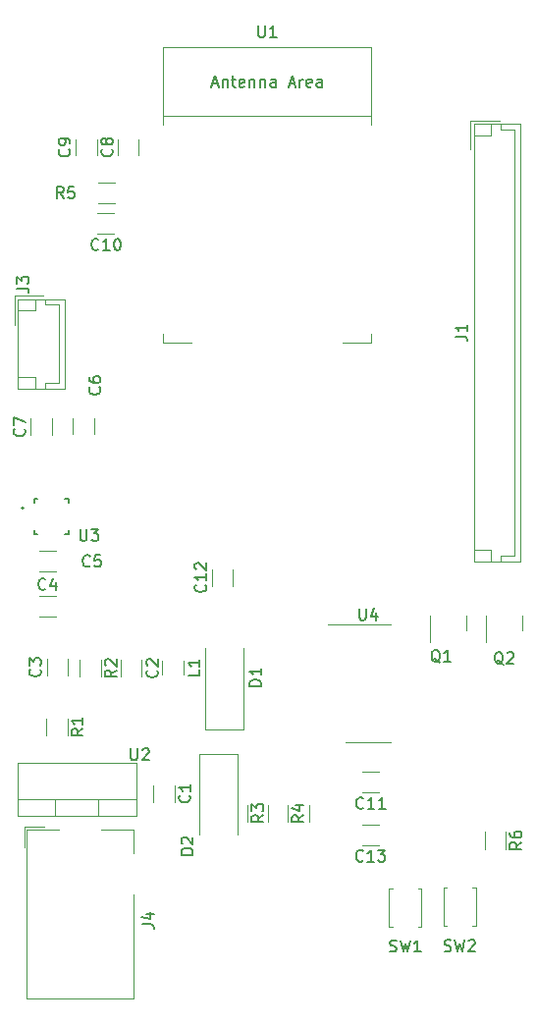
<source format=gbr>
%TF.GenerationSoftware,KiCad,Pcbnew,7.0.8*%
%TF.CreationDate,2025-04-01T23:17:51+07:00*%
%TF.ProjectId,esp32_smth,65737033-325f-4736-9d74-682e6b696361,rev?*%
%TF.SameCoordinates,Original*%
%TF.FileFunction,Legend,Top*%
%TF.FilePolarity,Positive*%
%FSLAX46Y46*%
G04 Gerber Fmt 4.6, Leading zero omitted, Abs format (unit mm)*
G04 Created by KiCad (PCBNEW 7.0.8) date 2025-04-01 23:17:51*
%MOMM*%
%LPD*%
G01*
G04 APERTURE LIST*
%ADD10C,0.150000*%
%ADD11C,0.120000*%
%ADD12C,0.127000*%
%ADD13C,0.200000*%
G04 APERTURE END LIST*
D10*
X188029819Y-156208333D02*
X188744104Y-156208333D01*
X188744104Y-156208333D02*
X188886961Y-156255952D01*
X188886961Y-156255952D02*
X188982200Y-156351190D01*
X188982200Y-156351190D02*
X189029819Y-156494047D01*
X189029819Y-156494047D02*
X189029819Y-156589285D01*
X188363152Y-155303571D02*
X189029819Y-155303571D01*
X187982200Y-155541666D02*
X188696485Y-155779761D01*
X188696485Y-155779761D02*
X188696485Y-155160714D01*
X189284580Y-134291666D02*
X189332200Y-134339285D01*
X189332200Y-134339285D02*
X189379819Y-134482142D01*
X189379819Y-134482142D02*
X189379819Y-134577380D01*
X189379819Y-134577380D02*
X189332200Y-134720237D01*
X189332200Y-134720237D02*
X189236961Y-134815475D01*
X189236961Y-134815475D02*
X189141723Y-134863094D01*
X189141723Y-134863094D02*
X188951247Y-134910713D01*
X188951247Y-134910713D02*
X188808390Y-134910713D01*
X188808390Y-134910713D02*
X188617914Y-134863094D01*
X188617914Y-134863094D02*
X188522676Y-134815475D01*
X188522676Y-134815475D02*
X188427438Y-134720237D01*
X188427438Y-134720237D02*
X188379819Y-134577380D01*
X188379819Y-134577380D02*
X188379819Y-134482142D01*
X188379819Y-134482142D02*
X188427438Y-134339285D01*
X188427438Y-134339285D02*
X188475057Y-134291666D01*
X188475057Y-133910713D02*
X188427438Y-133863094D01*
X188427438Y-133863094D02*
X188379819Y-133767856D01*
X188379819Y-133767856D02*
X188379819Y-133529761D01*
X188379819Y-133529761D02*
X188427438Y-133434523D01*
X188427438Y-133434523D02*
X188475057Y-133386904D01*
X188475057Y-133386904D02*
X188570295Y-133339285D01*
X188570295Y-133339285D02*
X188665533Y-133339285D01*
X188665533Y-133339285D02*
X188808390Y-133386904D01*
X188808390Y-133386904D02*
X189379819Y-133958332D01*
X189379819Y-133958332D02*
X189379819Y-133339285D01*
X215029819Y-105508333D02*
X215744104Y-105508333D01*
X215744104Y-105508333D02*
X215886961Y-105555952D01*
X215886961Y-105555952D02*
X215982200Y-105651190D01*
X215982200Y-105651190D02*
X216029819Y-105794047D01*
X216029819Y-105794047D02*
X216029819Y-105889285D01*
X216029819Y-104508333D02*
X216029819Y-105079761D01*
X216029819Y-104794047D02*
X215029819Y-104794047D01*
X215029819Y-104794047D02*
X215172676Y-104889285D01*
X215172676Y-104889285D02*
X215267914Y-104984523D01*
X215267914Y-104984523D02*
X215315533Y-105079761D01*
X181709580Y-89379166D02*
X181757200Y-89426785D01*
X181757200Y-89426785D02*
X181804819Y-89569642D01*
X181804819Y-89569642D02*
X181804819Y-89664880D01*
X181804819Y-89664880D02*
X181757200Y-89807737D01*
X181757200Y-89807737D02*
X181661961Y-89902975D01*
X181661961Y-89902975D02*
X181566723Y-89950594D01*
X181566723Y-89950594D02*
X181376247Y-89998213D01*
X181376247Y-89998213D02*
X181233390Y-89998213D01*
X181233390Y-89998213D02*
X181042914Y-89950594D01*
X181042914Y-89950594D02*
X180947676Y-89902975D01*
X180947676Y-89902975D02*
X180852438Y-89807737D01*
X180852438Y-89807737D02*
X180804819Y-89664880D01*
X180804819Y-89664880D02*
X180804819Y-89569642D01*
X180804819Y-89569642D02*
X180852438Y-89426785D01*
X180852438Y-89426785D02*
X180900057Y-89379166D01*
X181804819Y-88902975D02*
X181804819Y-88712499D01*
X181804819Y-88712499D02*
X181757200Y-88617261D01*
X181757200Y-88617261D02*
X181709580Y-88569642D01*
X181709580Y-88569642D02*
X181566723Y-88474404D01*
X181566723Y-88474404D02*
X181376247Y-88426785D01*
X181376247Y-88426785D02*
X180995295Y-88426785D01*
X180995295Y-88426785D02*
X180900057Y-88474404D01*
X180900057Y-88474404D02*
X180852438Y-88522023D01*
X180852438Y-88522023D02*
X180804819Y-88617261D01*
X180804819Y-88617261D02*
X180804819Y-88807737D01*
X180804819Y-88807737D02*
X180852438Y-88902975D01*
X180852438Y-88902975D02*
X180900057Y-88950594D01*
X180900057Y-88950594D02*
X180995295Y-88998213D01*
X180995295Y-88998213D02*
X181233390Y-88998213D01*
X181233390Y-88998213D02*
X181328628Y-88950594D01*
X181328628Y-88950594D02*
X181376247Y-88902975D01*
X181376247Y-88902975D02*
X181423866Y-88807737D01*
X181423866Y-88807737D02*
X181423866Y-88617261D01*
X181423866Y-88617261D02*
X181376247Y-88522023D01*
X181376247Y-88522023D02*
X181328628Y-88474404D01*
X181328628Y-88474404D02*
X181233390Y-88426785D01*
X219154761Y-133825057D02*
X219059523Y-133777438D01*
X219059523Y-133777438D02*
X218964285Y-133682200D01*
X218964285Y-133682200D02*
X218821428Y-133539342D01*
X218821428Y-133539342D02*
X218726190Y-133491723D01*
X218726190Y-133491723D02*
X218630952Y-133491723D01*
X218678571Y-133729819D02*
X218583333Y-133682200D01*
X218583333Y-133682200D02*
X218488095Y-133586961D01*
X218488095Y-133586961D02*
X218440476Y-133396485D01*
X218440476Y-133396485D02*
X218440476Y-133063152D01*
X218440476Y-133063152D02*
X218488095Y-132872676D01*
X218488095Y-132872676D02*
X218583333Y-132777438D01*
X218583333Y-132777438D02*
X218678571Y-132729819D01*
X218678571Y-132729819D02*
X218869047Y-132729819D01*
X218869047Y-132729819D02*
X218964285Y-132777438D01*
X218964285Y-132777438D02*
X219059523Y-132872676D01*
X219059523Y-132872676D02*
X219107142Y-133063152D01*
X219107142Y-133063152D02*
X219107142Y-133396485D01*
X219107142Y-133396485D02*
X219059523Y-133586961D01*
X219059523Y-133586961D02*
X218964285Y-133682200D01*
X218964285Y-133682200D02*
X218869047Y-133729819D01*
X218869047Y-133729819D02*
X218678571Y-133729819D01*
X219488095Y-132825057D02*
X219535714Y-132777438D01*
X219535714Y-132777438D02*
X219630952Y-132729819D01*
X219630952Y-132729819D02*
X219869047Y-132729819D01*
X219869047Y-132729819D02*
X219964285Y-132777438D01*
X219964285Y-132777438D02*
X220011904Y-132825057D01*
X220011904Y-132825057D02*
X220059523Y-132920295D01*
X220059523Y-132920295D02*
X220059523Y-133015533D01*
X220059523Y-133015533D02*
X220011904Y-133158390D01*
X220011904Y-133158390D02*
X219440476Y-133729819D01*
X219440476Y-133729819D02*
X220059523Y-133729819D01*
X177834580Y-113491666D02*
X177882200Y-113539285D01*
X177882200Y-113539285D02*
X177929819Y-113682142D01*
X177929819Y-113682142D02*
X177929819Y-113777380D01*
X177929819Y-113777380D02*
X177882200Y-113920237D01*
X177882200Y-113920237D02*
X177786961Y-114015475D01*
X177786961Y-114015475D02*
X177691723Y-114063094D01*
X177691723Y-114063094D02*
X177501247Y-114110713D01*
X177501247Y-114110713D02*
X177358390Y-114110713D01*
X177358390Y-114110713D02*
X177167914Y-114063094D01*
X177167914Y-114063094D02*
X177072676Y-114015475D01*
X177072676Y-114015475D02*
X176977438Y-113920237D01*
X176977438Y-113920237D02*
X176929819Y-113777380D01*
X176929819Y-113777380D02*
X176929819Y-113682142D01*
X176929819Y-113682142D02*
X176977438Y-113539285D01*
X176977438Y-113539285D02*
X177025057Y-113491666D01*
X176929819Y-113158332D02*
X176929819Y-112491666D01*
X176929819Y-112491666D02*
X177929819Y-112920237D01*
X182673095Y-122129819D02*
X182673095Y-122939342D01*
X182673095Y-122939342D02*
X182720714Y-123034580D01*
X182720714Y-123034580D02*
X182768333Y-123082200D01*
X182768333Y-123082200D02*
X182863571Y-123129819D01*
X182863571Y-123129819D02*
X183054047Y-123129819D01*
X183054047Y-123129819D02*
X183149285Y-123082200D01*
X183149285Y-123082200D02*
X183196904Y-123034580D01*
X183196904Y-123034580D02*
X183244523Y-122939342D01*
X183244523Y-122939342D02*
X183244523Y-122129819D01*
X183625476Y-122129819D02*
X184244523Y-122129819D01*
X184244523Y-122129819D02*
X183911190Y-122510771D01*
X183911190Y-122510771D02*
X184054047Y-122510771D01*
X184054047Y-122510771D02*
X184149285Y-122558390D01*
X184149285Y-122558390D02*
X184196904Y-122606009D01*
X184196904Y-122606009D02*
X184244523Y-122701247D01*
X184244523Y-122701247D02*
X184244523Y-122939342D01*
X184244523Y-122939342D02*
X184196904Y-123034580D01*
X184196904Y-123034580D02*
X184149285Y-123082200D01*
X184149285Y-123082200D02*
X184054047Y-123129819D01*
X184054047Y-123129819D02*
X183768333Y-123129819D01*
X183768333Y-123129819D02*
X183673095Y-123082200D01*
X183673095Y-123082200D02*
X183625476Y-123034580D01*
X220724819Y-149141666D02*
X220248628Y-149474999D01*
X220724819Y-149713094D02*
X219724819Y-149713094D01*
X219724819Y-149713094D02*
X219724819Y-149332142D01*
X219724819Y-149332142D02*
X219772438Y-149236904D01*
X219772438Y-149236904D02*
X219820057Y-149189285D01*
X219820057Y-149189285D02*
X219915295Y-149141666D01*
X219915295Y-149141666D02*
X220058152Y-149141666D01*
X220058152Y-149141666D02*
X220153390Y-149189285D01*
X220153390Y-149189285D02*
X220201009Y-149236904D01*
X220201009Y-149236904D02*
X220248628Y-149332142D01*
X220248628Y-149332142D02*
X220248628Y-149713094D01*
X219724819Y-148284523D02*
X219724819Y-148474999D01*
X219724819Y-148474999D02*
X219772438Y-148570237D01*
X219772438Y-148570237D02*
X219820057Y-148617856D01*
X219820057Y-148617856D02*
X219962914Y-148713094D01*
X219962914Y-148713094D02*
X220153390Y-148760713D01*
X220153390Y-148760713D02*
X220534342Y-148760713D01*
X220534342Y-148760713D02*
X220629580Y-148713094D01*
X220629580Y-148713094D02*
X220677200Y-148665475D01*
X220677200Y-148665475D02*
X220724819Y-148570237D01*
X220724819Y-148570237D02*
X220724819Y-148379761D01*
X220724819Y-148379761D02*
X220677200Y-148284523D01*
X220677200Y-148284523D02*
X220629580Y-148236904D01*
X220629580Y-148236904D02*
X220534342Y-148189285D01*
X220534342Y-148189285D02*
X220296247Y-148189285D01*
X220296247Y-148189285D02*
X220201009Y-148236904D01*
X220201009Y-148236904D02*
X220153390Y-148284523D01*
X220153390Y-148284523D02*
X220105771Y-148379761D01*
X220105771Y-148379761D02*
X220105771Y-148570237D01*
X220105771Y-148570237D02*
X220153390Y-148665475D01*
X220153390Y-148665475D02*
X220201009Y-148713094D01*
X220201009Y-148713094D02*
X220296247Y-148760713D01*
X198279819Y-135663094D02*
X197279819Y-135663094D01*
X197279819Y-135663094D02*
X197279819Y-135424999D01*
X197279819Y-135424999D02*
X197327438Y-135282142D01*
X197327438Y-135282142D02*
X197422676Y-135186904D01*
X197422676Y-135186904D02*
X197517914Y-135139285D01*
X197517914Y-135139285D02*
X197708390Y-135091666D01*
X197708390Y-135091666D02*
X197851247Y-135091666D01*
X197851247Y-135091666D02*
X198041723Y-135139285D01*
X198041723Y-135139285D02*
X198136961Y-135186904D01*
X198136961Y-135186904D02*
X198232200Y-135282142D01*
X198232200Y-135282142D02*
X198279819Y-135424999D01*
X198279819Y-135424999D02*
X198279819Y-135663094D01*
X198279819Y-134139285D02*
X198279819Y-134710713D01*
X198279819Y-134424999D02*
X197279819Y-134424999D01*
X197279819Y-134424999D02*
X197422676Y-134520237D01*
X197422676Y-134520237D02*
X197517914Y-134615475D01*
X197517914Y-134615475D02*
X197565533Y-134710713D01*
X183508333Y-125284580D02*
X183460714Y-125332200D01*
X183460714Y-125332200D02*
X183317857Y-125379819D01*
X183317857Y-125379819D02*
X183222619Y-125379819D01*
X183222619Y-125379819D02*
X183079762Y-125332200D01*
X183079762Y-125332200D02*
X182984524Y-125236961D01*
X182984524Y-125236961D02*
X182936905Y-125141723D01*
X182936905Y-125141723D02*
X182889286Y-124951247D01*
X182889286Y-124951247D02*
X182889286Y-124808390D01*
X182889286Y-124808390D02*
X182936905Y-124617914D01*
X182936905Y-124617914D02*
X182984524Y-124522676D01*
X182984524Y-124522676D02*
X183079762Y-124427438D01*
X183079762Y-124427438D02*
X183222619Y-124379819D01*
X183222619Y-124379819D02*
X183317857Y-124379819D01*
X183317857Y-124379819D02*
X183460714Y-124427438D01*
X183460714Y-124427438D02*
X183508333Y-124475057D01*
X184413095Y-124379819D02*
X183936905Y-124379819D01*
X183936905Y-124379819D02*
X183889286Y-124856009D01*
X183889286Y-124856009D02*
X183936905Y-124808390D01*
X183936905Y-124808390D02*
X184032143Y-124760771D01*
X184032143Y-124760771D02*
X184270238Y-124760771D01*
X184270238Y-124760771D02*
X184365476Y-124808390D01*
X184365476Y-124808390D02*
X184413095Y-124856009D01*
X184413095Y-124856009D02*
X184460714Y-124951247D01*
X184460714Y-124951247D02*
X184460714Y-125189342D01*
X184460714Y-125189342D02*
X184413095Y-125284580D01*
X184413095Y-125284580D02*
X184365476Y-125332200D01*
X184365476Y-125332200D02*
X184270238Y-125379819D01*
X184270238Y-125379819D02*
X184032143Y-125379819D01*
X184032143Y-125379819D02*
X183936905Y-125332200D01*
X183936905Y-125332200D02*
X183889286Y-125284580D01*
X207082142Y-146159580D02*
X207034523Y-146207200D01*
X207034523Y-146207200D02*
X206891666Y-146254819D01*
X206891666Y-146254819D02*
X206796428Y-146254819D01*
X206796428Y-146254819D02*
X206653571Y-146207200D01*
X206653571Y-146207200D02*
X206558333Y-146111961D01*
X206558333Y-146111961D02*
X206510714Y-146016723D01*
X206510714Y-146016723D02*
X206463095Y-145826247D01*
X206463095Y-145826247D02*
X206463095Y-145683390D01*
X206463095Y-145683390D02*
X206510714Y-145492914D01*
X206510714Y-145492914D02*
X206558333Y-145397676D01*
X206558333Y-145397676D02*
X206653571Y-145302438D01*
X206653571Y-145302438D02*
X206796428Y-145254819D01*
X206796428Y-145254819D02*
X206891666Y-145254819D01*
X206891666Y-145254819D02*
X207034523Y-145302438D01*
X207034523Y-145302438D02*
X207082142Y-145350057D01*
X208034523Y-146254819D02*
X207463095Y-146254819D01*
X207748809Y-146254819D02*
X207748809Y-145254819D01*
X207748809Y-145254819D02*
X207653571Y-145397676D01*
X207653571Y-145397676D02*
X207558333Y-145492914D01*
X207558333Y-145492914D02*
X207463095Y-145540533D01*
X208986904Y-146254819D02*
X208415476Y-146254819D01*
X208701190Y-146254819D02*
X208701190Y-145254819D01*
X208701190Y-145254819D02*
X208605952Y-145397676D01*
X208605952Y-145397676D02*
X208510714Y-145492914D01*
X208510714Y-145492914D02*
X208415476Y-145540533D01*
X207069642Y-150709580D02*
X207022023Y-150757200D01*
X207022023Y-150757200D02*
X206879166Y-150804819D01*
X206879166Y-150804819D02*
X206783928Y-150804819D01*
X206783928Y-150804819D02*
X206641071Y-150757200D01*
X206641071Y-150757200D02*
X206545833Y-150661961D01*
X206545833Y-150661961D02*
X206498214Y-150566723D01*
X206498214Y-150566723D02*
X206450595Y-150376247D01*
X206450595Y-150376247D02*
X206450595Y-150233390D01*
X206450595Y-150233390D02*
X206498214Y-150042914D01*
X206498214Y-150042914D02*
X206545833Y-149947676D01*
X206545833Y-149947676D02*
X206641071Y-149852438D01*
X206641071Y-149852438D02*
X206783928Y-149804819D01*
X206783928Y-149804819D02*
X206879166Y-149804819D01*
X206879166Y-149804819D02*
X207022023Y-149852438D01*
X207022023Y-149852438D02*
X207069642Y-149900057D01*
X208022023Y-150804819D02*
X207450595Y-150804819D01*
X207736309Y-150804819D02*
X207736309Y-149804819D01*
X207736309Y-149804819D02*
X207641071Y-149947676D01*
X207641071Y-149947676D02*
X207545833Y-150042914D01*
X207545833Y-150042914D02*
X207450595Y-150090533D01*
X208355357Y-149804819D02*
X208974404Y-149804819D01*
X208974404Y-149804819D02*
X208641071Y-150185771D01*
X208641071Y-150185771D02*
X208783928Y-150185771D01*
X208783928Y-150185771D02*
X208879166Y-150233390D01*
X208879166Y-150233390D02*
X208926785Y-150281009D01*
X208926785Y-150281009D02*
X208974404Y-150376247D01*
X208974404Y-150376247D02*
X208974404Y-150614342D01*
X208974404Y-150614342D02*
X208926785Y-150709580D01*
X208926785Y-150709580D02*
X208879166Y-150757200D01*
X208879166Y-150757200D02*
X208783928Y-150804819D01*
X208783928Y-150804819D02*
X208498214Y-150804819D01*
X208498214Y-150804819D02*
X208402976Y-150757200D01*
X208402976Y-150757200D02*
X208355357Y-150709580D01*
X198038095Y-78704819D02*
X198038095Y-79514342D01*
X198038095Y-79514342D02*
X198085714Y-79609580D01*
X198085714Y-79609580D02*
X198133333Y-79657200D01*
X198133333Y-79657200D02*
X198228571Y-79704819D01*
X198228571Y-79704819D02*
X198419047Y-79704819D01*
X198419047Y-79704819D02*
X198514285Y-79657200D01*
X198514285Y-79657200D02*
X198561904Y-79609580D01*
X198561904Y-79609580D02*
X198609523Y-79514342D01*
X198609523Y-79514342D02*
X198609523Y-78704819D01*
X199609523Y-79704819D02*
X199038095Y-79704819D01*
X199323809Y-79704819D02*
X199323809Y-78704819D01*
X199323809Y-78704819D02*
X199228571Y-78847676D01*
X199228571Y-78847676D02*
X199133333Y-78942914D01*
X199133333Y-78942914D02*
X199038095Y-78990533D01*
X194038094Y-83719104D02*
X194514284Y-83719104D01*
X193942856Y-84004819D02*
X194276189Y-83004819D01*
X194276189Y-83004819D02*
X194609522Y-84004819D01*
X194942856Y-83338152D02*
X194942856Y-84004819D01*
X194942856Y-83433390D02*
X194990475Y-83385771D01*
X194990475Y-83385771D02*
X195085713Y-83338152D01*
X195085713Y-83338152D02*
X195228570Y-83338152D01*
X195228570Y-83338152D02*
X195323808Y-83385771D01*
X195323808Y-83385771D02*
X195371427Y-83481009D01*
X195371427Y-83481009D02*
X195371427Y-84004819D01*
X195704761Y-83338152D02*
X196085713Y-83338152D01*
X195847618Y-83004819D02*
X195847618Y-83861961D01*
X195847618Y-83861961D02*
X195895237Y-83957200D01*
X195895237Y-83957200D02*
X195990475Y-84004819D01*
X195990475Y-84004819D02*
X196085713Y-84004819D01*
X196799999Y-83957200D02*
X196704761Y-84004819D01*
X196704761Y-84004819D02*
X196514285Y-84004819D01*
X196514285Y-84004819D02*
X196419047Y-83957200D01*
X196419047Y-83957200D02*
X196371428Y-83861961D01*
X196371428Y-83861961D02*
X196371428Y-83481009D01*
X196371428Y-83481009D02*
X196419047Y-83385771D01*
X196419047Y-83385771D02*
X196514285Y-83338152D01*
X196514285Y-83338152D02*
X196704761Y-83338152D01*
X196704761Y-83338152D02*
X196799999Y-83385771D01*
X196799999Y-83385771D02*
X196847618Y-83481009D01*
X196847618Y-83481009D02*
X196847618Y-83576247D01*
X196847618Y-83576247D02*
X196371428Y-83671485D01*
X197276190Y-83338152D02*
X197276190Y-84004819D01*
X197276190Y-83433390D02*
X197323809Y-83385771D01*
X197323809Y-83385771D02*
X197419047Y-83338152D01*
X197419047Y-83338152D02*
X197561904Y-83338152D01*
X197561904Y-83338152D02*
X197657142Y-83385771D01*
X197657142Y-83385771D02*
X197704761Y-83481009D01*
X197704761Y-83481009D02*
X197704761Y-84004819D01*
X198180952Y-83338152D02*
X198180952Y-84004819D01*
X198180952Y-83433390D02*
X198228571Y-83385771D01*
X198228571Y-83385771D02*
X198323809Y-83338152D01*
X198323809Y-83338152D02*
X198466666Y-83338152D01*
X198466666Y-83338152D02*
X198561904Y-83385771D01*
X198561904Y-83385771D02*
X198609523Y-83481009D01*
X198609523Y-83481009D02*
X198609523Y-84004819D01*
X199514285Y-84004819D02*
X199514285Y-83481009D01*
X199514285Y-83481009D02*
X199466666Y-83385771D01*
X199466666Y-83385771D02*
X199371428Y-83338152D01*
X199371428Y-83338152D02*
X199180952Y-83338152D01*
X199180952Y-83338152D02*
X199085714Y-83385771D01*
X199514285Y-83957200D02*
X199419047Y-84004819D01*
X199419047Y-84004819D02*
X199180952Y-84004819D01*
X199180952Y-84004819D02*
X199085714Y-83957200D01*
X199085714Y-83957200D02*
X199038095Y-83861961D01*
X199038095Y-83861961D02*
X199038095Y-83766723D01*
X199038095Y-83766723D02*
X199085714Y-83671485D01*
X199085714Y-83671485D02*
X199180952Y-83623866D01*
X199180952Y-83623866D02*
X199419047Y-83623866D01*
X199419047Y-83623866D02*
X199514285Y-83576247D01*
X200704762Y-83719104D02*
X201180952Y-83719104D01*
X200609524Y-84004819D02*
X200942857Y-83004819D01*
X200942857Y-83004819D02*
X201276190Y-84004819D01*
X201609524Y-84004819D02*
X201609524Y-83338152D01*
X201609524Y-83528628D02*
X201657143Y-83433390D01*
X201657143Y-83433390D02*
X201704762Y-83385771D01*
X201704762Y-83385771D02*
X201800000Y-83338152D01*
X201800000Y-83338152D02*
X201895238Y-83338152D01*
X202609524Y-83957200D02*
X202514286Y-84004819D01*
X202514286Y-84004819D02*
X202323810Y-84004819D01*
X202323810Y-84004819D02*
X202228572Y-83957200D01*
X202228572Y-83957200D02*
X202180953Y-83861961D01*
X202180953Y-83861961D02*
X202180953Y-83481009D01*
X202180953Y-83481009D02*
X202228572Y-83385771D01*
X202228572Y-83385771D02*
X202323810Y-83338152D01*
X202323810Y-83338152D02*
X202514286Y-83338152D01*
X202514286Y-83338152D02*
X202609524Y-83385771D01*
X202609524Y-83385771D02*
X202657143Y-83481009D01*
X202657143Y-83481009D02*
X202657143Y-83576247D01*
X202657143Y-83576247D02*
X202180953Y-83671485D01*
X203514286Y-84004819D02*
X203514286Y-83481009D01*
X203514286Y-83481009D02*
X203466667Y-83385771D01*
X203466667Y-83385771D02*
X203371429Y-83338152D01*
X203371429Y-83338152D02*
X203180953Y-83338152D01*
X203180953Y-83338152D02*
X203085715Y-83385771D01*
X203514286Y-83957200D02*
X203419048Y-84004819D01*
X203419048Y-84004819D02*
X203180953Y-84004819D01*
X203180953Y-84004819D02*
X203085715Y-83957200D01*
X203085715Y-83957200D02*
X203038096Y-83861961D01*
X203038096Y-83861961D02*
X203038096Y-83766723D01*
X203038096Y-83766723D02*
X203085715Y-83671485D01*
X203085715Y-83671485D02*
X203180953Y-83623866D01*
X203180953Y-83623866D02*
X203419048Y-83623866D01*
X203419048Y-83623866D02*
X203514286Y-83576247D01*
X209391667Y-158532200D02*
X209534524Y-158579819D01*
X209534524Y-158579819D02*
X209772619Y-158579819D01*
X209772619Y-158579819D02*
X209867857Y-158532200D01*
X209867857Y-158532200D02*
X209915476Y-158484580D01*
X209915476Y-158484580D02*
X209963095Y-158389342D01*
X209963095Y-158389342D02*
X209963095Y-158294104D01*
X209963095Y-158294104D02*
X209915476Y-158198866D01*
X209915476Y-158198866D02*
X209867857Y-158151247D01*
X209867857Y-158151247D02*
X209772619Y-158103628D01*
X209772619Y-158103628D02*
X209582143Y-158056009D01*
X209582143Y-158056009D02*
X209486905Y-158008390D01*
X209486905Y-158008390D02*
X209439286Y-157960771D01*
X209439286Y-157960771D02*
X209391667Y-157865533D01*
X209391667Y-157865533D02*
X209391667Y-157770295D01*
X209391667Y-157770295D02*
X209439286Y-157675057D01*
X209439286Y-157675057D02*
X209486905Y-157627438D01*
X209486905Y-157627438D02*
X209582143Y-157579819D01*
X209582143Y-157579819D02*
X209820238Y-157579819D01*
X209820238Y-157579819D02*
X209963095Y-157627438D01*
X210296429Y-157579819D02*
X210534524Y-158579819D01*
X210534524Y-158579819D02*
X210725000Y-157865533D01*
X210725000Y-157865533D02*
X210915476Y-158579819D01*
X210915476Y-158579819D02*
X211153572Y-157579819D01*
X212058333Y-158579819D02*
X211486905Y-158579819D01*
X211772619Y-158579819D02*
X211772619Y-157579819D01*
X211772619Y-157579819D02*
X211677381Y-157722676D01*
X211677381Y-157722676D02*
X211582143Y-157817914D01*
X211582143Y-157817914D02*
X211486905Y-157865533D01*
X184244642Y-97984580D02*
X184197023Y-98032200D01*
X184197023Y-98032200D02*
X184054166Y-98079819D01*
X184054166Y-98079819D02*
X183958928Y-98079819D01*
X183958928Y-98079819D02*
X183816071Y-98032200D01*
X183816071Y-98032200D02*
X183720833Y-97936961D01*
X183720833Y-97936961D02*
X183673214Y-97841723D01*
X183673214Y-97841723D02*
X183625595Y-97651247D01*
X183625595Y-97651247D02*
X183625595Y-97508390D01*
X183625595Y-97508390D02*
X183673214Y-97317914D01*
X183673214Y-97317914D02*
X183720833Y-97222676D01*
X183720833Y-97222676D02*
X183816071Y-97127438D01*
X183816071Y-97127438D02*
X183958928Y-97079819D01*
X183958928Y-97079819D02*
X184054166Y-97079819D01*
X184054166Y-97079819D02*
X184197023Y-97127438D01*
X184197023Y-97127438D02*
X184244642Y-97175057D01*
X185197023Y-98079819D02*
X184625595Y-98079819D01*
X184911309Y-98079819D02*
X184911309Y-97079819D01*
X184911309Y-97079819D02*
X184816071Y-97222676D01*
X184816071Y-97222676D02*
X184720833Y-97317914D01*
X184720833Y-97317914D02*
X184625595Y-97365533D01*
X185816071Y-97079819D02*
X185911309Y-97079819D01*
X185911309Y-97079819D02*
X186006547Y-97127438D01*
X186006547Y-97127438D02*
X186054166Y-97175057D01*
X186054166Y-97175057D02*
X186101785Y-97270295D01*
X186101785Y-97270295D02*
X186149404Y-97460771D01*
X186149404Y-97460771D02*
X186149404Y-97698866D01*
X186149404Y-97698866D02*
X186101785Y-97889342D01*
X186101785Y-97889342D02*
X186054166Y-97984580D01*
X186054166Y-97984580D02*
X186006547Y-98032200D01*
X186006547Y-98032200D02*
X185911309Y-98079819D01*
X185911309Y-98079819D02*
X185816071Y-98079819D01*
X185816071Y-98079819D02*
X185720833Y-98032200D01*
X185720833Y-98032200D02*
X185673214Y-97984580D01*
X185673214Y-97984580D02*
X185625595Y-97889342D01*
X185625595Y-97889342D02*
X185577976Y-97698866D01*
X185577976Y-97698866D02*
X185577976Y-97460771D01*
X185577976Y-97460771D02*
X185625595Y-97270295D01*
X185625595Y-97270295D02*
X185673214Y-97175057D01*
X185673214Y-97175057D02*
X185720833Y-97127438D01*
X185720833Y-97127438D02*
X185816071Y-97079819D01*
X214066667Y-158507200D02*
X214209524Y-158554819D01*
X214209524Y-158554819D02*
X214447619Y-158554819D01*
X214447619Y-158554819D02*
X214542857Y-158507200D01*
X214542857Y-158507200D02*
X214590476Y-158459580D01*
X214590476Y-158459580D02*
X214638095Y-158364342D01*
X214638095Y-158364342D02*
X214638095Y-158269104D01*
X214638095Y-158269104D02*
X214590476Y-158173866D01*
X214590476Y-158173866D02*
X214542857Y-158126247D01*
X214542857Y-158126247D02*
X214447619Y-158078628D01*
X214447619Y-158078628D02*
X214257143Y-158031009D01*
X214257143Y-158031009D02*
X214161905Y-157983390D01*
X214161905Y-157983390D02*
X214114286Y-157935771D01*
X214114286Y-157935771D02*
X214066667Y-157840533D01*
X214066667Y-157840533D02*
X214066667Y-157745295D01*
X214066667Y-157745295D02*
X214114286Y-157650057D01*
X214114286Y-157650057D02*
X214161905Y-157602438D01*
X214161905Y-157602438D02*
X214257143Y-157554819D01*
X214257143Y-157554819D02*
X214495238Y-157554819D01*
X214495238Y-157554819D02*
X214638095Y-157602438D01*
X214971429Y-157554819D02*
X215209524Y-158554819D01*
X215209524Y-158554819D02*
X215400000Y-157840533D01*
X215400000Y-157840533D02*
X215590476Y-158554819D01*
X215590476Y-158554819D02*
X215828572Y-157554819D01*
X216161905Y-157650057D02*
X216209524Y-157602438D01*
X216209524Y-157602438D02*
X216304762Y-157554819D01*
X216304762Y-157554819D02*
X216542857Y-157554819D01*
X216542857Y-157554819D02*
X216638095Y-157602438D01*
X216638095Y-157602438D02*
X216685714Y-157650057D01*
X216685714Y-157650057D02*
X216733333Y-157745295D01*
X216733333Y-157745295D02*
X216733333Y-157840533D01*
X216733333Y-157840533D02*
X216685714Y-157983390D01*
X216685714Y-157983390D02*
X216114286Y-158554819D01*
X216114286Y-158554819D02*
X216733333Y-158554819D01*
X187038095Y-141054819D02*
X187038095Y-141864342D01*
X187038095Y-141864342D02*
X187085714Y-141959580D01*
X187085714Y-141959580D02*
X187133333Y-142007200D01*
X187133333Y-142007200D02*
X187228571Y-142054819D01*
X187228571Y-142054819D02*
X187419047Y-142054819D01*
X187419047Y-142054819D02*
X187514285Y-142007200D01*
X187514285Y-142007200D02*
X187561904Y-141959580D01*
X187561904Y-141959580D02*
X187609523Y-141864342D01*
X187609523Y-141864342D02*
X187609523Y-141054819D01*
X188038095Y-141150057D02*
X188085714Y-141102438D01*
X188085714Y-141102438D02*
X188180952Y-141054819D01*
X188180952Y-141054819D02*
X188419047Y-141054819D01*
X188419047Y-141054819D02*
X188514285Y-141102438D01*
X188514285Y-141102438D02*
X188561904Y-141150057D01*
X188561904Y-141150057D02*
X188609523Y-141245295D01*
X188609523Y-141245295D02*
X188609523Y-141340533D01*
X188609523Y-141340533D02*
X188561904Y-141483390D01*
X188561904Y-141483390D02*
X187990476Y-142054819D01*
X187990476Y-142054819D02*
X188609523Y-142054819D01*
X206738095Y-128979819D02*
X206738095Y-129789342D01*
X206738095Y-129789342D02*
X206785714Y-129884580D01*
X206785714Y-129884580D02*
X206833333Y-129932200D01*
X206833333Y-129932200D02*
X206928571Y-129979819D01*
X206928571Y-129979819D02*
X207119047Y-129979819D01*
X207119047Y-129979819D02*
X207214285Y-129932200D01*
X207214285Y-129932200D02*
X207261904Y-129884580D01*
X207261904Y-129884580D02*
X207309523Y-129789342D01*
X207309523Y-129789342D02*
X207309523Y-128979819D01*
X208214285Y-129313152D02*
X208214285Y-129979819D01*
X207976190Y-128932200D02*
X207738095Y-129646485D01*
X207738095Y-129646485D02*
X208357142Y-129646485D01*
X192979819Y-134266666D02*
X192979819Y-134742856D01*
X192979819Y-134742856D02*
X191979819Y-134742856D01*
X192979819Y-133409523D02*
X192979819Y-133980951D01*
X192979819Y-133695237D02*
X191979819Y-133695237D01*
X191979819Y-133695237D02*
X192122676Y-133790475D01*
X192122676Y-133790475D02*
X192217914Y-133885713D01*
X192217914Y-133885713D02*
X192265533Y-133980951D01*
X179184580Y-134216666D02*
X179232200Y-134264285D01*
X179232200Y-134264285D02*
X179279819Y-134407142D01*
X179279819Y-134407142D02*
X179279819Y-134502380D01*
X179279819Y-134502380D02*
X179232200Y-134645237D01*
X179232200Y-134645237D02*
X179136961Y-134740475D01*
X179136961Y-134740475D02*
X179041723Y-134788094D01*
X179041723Y-134788094D02*
X178851247Y-134835713D01*
X178851247Y-134835713D02*
X178708390Y-134835713D01*
X178708390Y-134835713D02*
X178517914Y-134788094D01*
X178517914Y-134788094D02*
X178422676Y-134740475D01*
X178422676Y-134740475D02*
X178327438Y-134645237D01*
X178327438Y-134645237D02*
X178279819Y-134502380D01*
X178279819Y-134502380D02*
X178279819Y-134407142D01*
X178279819Y-134407142D02*
X178327438Y-134264285D01*
X178327438Y-134264285D02*
X178375057Y-134216666D01*
X178279819Y-133883332D02*
X178279819Y-133264285D01*
X178279819Y-133264285D02*
X178660771Y-133597618D01*
X178660771Y-133597618D02*
X178660771Y-133454761D01*
X178660771Y-133454761D02*
X178708390Y-133359523D01*
X178708390Y-133359523D02*
X178756009Y-133311904D01*
X178756009Y-133311904D02*
X178851247Y-133264285D01*
X178851247Y-133264285D02*
X179089342Y-133264285D01*
X179089342Y-133264285D02*
X179184580Y-133311904D01*
X179184580Y-133311904D02*
X179232200Y-133359523D01*
X179232200Y-133359523D02*
X179279819Y-133454761D01*
X179279819Y-133454761D02*
X179279819Y-133740475D01*
X179279819Y-133740475D02*
X179232200Y-133835713D01*
X179232200Y-133835713D02*
X179184580Y-133883332D01*
X201929819Y-146816666D02*
X201453628Y-147149999D01*
X201929819Y-147388094D02*
X200929819Y-147388094D01*
X200929819Y-147388094D02*
X200929819Y-147007142D01*
X200929819Y-147007142D02*
X200977438Y-146911904D01*
X200977438Y-146911904D02*
X201025057Y-146864285D01*
X201025057Y-146864285D02*
X201120295Y-146816666D01*
X201120295Y-146816666D02*
X201263152Y-146816666D01*
X201263152Y-146816666D02*
X201358390Y-146864285D01*
X201358390Y-146864285D02*
X201406009Y-146911904D01*
X201406009Y-146911904D02*
X201453628Y-147007142D01*
X201453628Y-147007142D02*
X201453628Y-147388094D01*
X201263152Y-145959523D02*
X201929819Y-145959523D01*
X200882200Y-146197618D02*
X201596485Y-146435713D01*
X201596485Y-146435713D02*
X201596485Y-145816666D01*
X185384580Y-89366666D02*
X185432200Y-89414285D01*
X185432200Y-89414285D02*
X185479819Y-89557142D01*
X185479819Y-89557142D02*
X185479819Y-89652380D01*
X185479819Y-89652380D02*
X185432200Y-89795237D01*
X185432200Y-89795237D02*
X185336961Y-89890475D01*
X185336961Y-89890475D02*
X185241723Y-89938094D01*
X185241723Y-89938094D02*
X185051247Y-89985713D01*
X185051247Y-89985713D02*
X184908390Y-89985713D01*
X184908390Y-89985713D02*
X184717914Y-89938094D01*
X184717914Y-89938094D02*
X184622676Y-89890475D01*
X184622676Y-89890475D02*
X184527438Y-89795237D01*
X184527438Y-89795237D02*
X184479819Y-89652380D01*
X184479819Y-89652380D02*
X184479819Y-89557142D01*
X184479819Y-89557142D02*
X184527438Y-89414285D01*
X184527438Y-89414285D02*
X184575057Y-89366666D01*
X184908390Y-88795237D02*
X184860771Y-88890475D01*
X184860771Y-88890475D02*
X184813152Y-88938094D01*
X184813152Y-88938094D02*
X184717914Y-88985713D01*
X184717914Y-88985713D02*
X184670295Y-88985713D01*
X184670295Y-88985713D02*
X184575057Y-88938094D01*
X184575057Y-88938094D02*
X184527438Y-88890475D01*
X184527438Y-88890475D02*
X184479819Y-88795237D01*
X184479819Y-88795237D02*
X184479819Y-88604761D01*
X184479819Y-88604761D02*
X184527438Y-88509523D01*
X184527438Y-88509523D02*
X184575057Y-88461904D01*
X184575057Y-88461904D02*
X184670295Y-88414285D01*
X184670295Y-88414285D02*
X184717914Y-88414285D01*
X184717914Y-88414285D02*
X184813152Y-88461904D01*
X184813152Y-88461904D02*
X184860771Y-88509523D01*
X184860771Y-88509523D02*
X184908390Y-88604761D01*
X184908390Y-88604761D02*
X184908390Y-88795237D01*
X184908390Y-88795237D02*
X184956009Y-88890475D01*
X184956009Y-88890475D02*
X185003628Y-88938094D01*
X185003628Y-88938094D02*
X185098866Y-88985713D01*
X185098866Y-88985713D02*
X185289342Y-88985713D01*
X185289342Y-88985713D02*
X185384580Y-88938094D01*
X185384580Y-88938094D02*
X185432200Y-88890475D01*
X185432200Y-88890475D02*
X185479819Y-88795237D01*
X185479819Y-88795237D02*
X185479819Y-88604761D01*
X185479819Y-88604761D02*
X185432200Y-88509523D01*
X185432200Y-88509523D02*
X185384580Y-88461904D01*
X185384580Y-88461904D02*
X185289342Y-88414285D01*
X185289342Y-88414285D02*
X185098866Y-88414285D01*
X185098866Y-88414285D02*
X185003628Y-88461904D01*
X185003628Y-88461904D02*
X184956009Y-88509523D01*
X184956009Y-88509523D02*
X184908390Y-88604761D01*
X192084580Y-145086666D02*
X192132200Y-145134285D01*
X192132200Y-145134285D02*
X192179819Y-145277142D01*
X192179819Y-145277142D02*
X192179819Y-145372380D01*
X192179819Y-145372380D02*
X192132200Y-145515237D01*
X192132200Y-145515237D02*
X192036961Y-145610475D01*
X192036961Y-145610475D02*
X191941723Y-145658094D01*
X191941723Y-145658094D02*
X191751247Y-145705713D01*
X191751247Y-145705713D02*
X191608390Y-145705713D01*
X191608390Y-145705713D02*
X191417914Y-145658094D01*
X191417914Y-145658094D02*
X191322676Y-145610475D01*
X191322676Y-145610475D02*
X191227438Y-145515237D01*
X191227438Y-145515237D02*
X191179819Y-145372380D01*
X191179819Y-145372380D02*
X191179819Y-145277142D01*
X191179819Y-145277142D02*
X191227438Y-145134285D01*
X191227438Y-145134285D02*
X191275057Y-145086666D01*
X192179819Y-144134285D02*
X192179819Y-144705713D01*
X192179819Y-144419999D02*
X191179819Y-144419999D01*
X191179819Y-144419999D02*
X191322676Y-144515237D01*
X191322676Y-144515237D02*
X191417914Y-144610475D01*
X191417914Y-144610475D02*
X191465533Y-144705713D01*
X198469819Y-146791666D02*
X197993628Y-147124999D01*
X198469819Y-147363094D02*
X197469819Y-147363094D01*
X197469819Y-147363094D02*
X197469819Y-146982142D01*
X197469819Y-146982142D02*
X197517438Y-146886904D01*
X197517438Y-146886904D02*
X197565057Y-146839285D01*
X197565057Y-146839285D02*
X197660295Y-146791666D01*
X197660295Y-146791666D02*
X197803152Y-146791666D01*
X197803152Y-146791666D02*
X197898390Y-146839285D01*
X197898390Y-146839285D02*
X197946009Y-146886904D01*
X197946009Y-146886904D02*
X197993628Y-146982142D01*
X197993628Y-146982142D02*
X197993628Y-147363094D01*
X197469819Y-146458332D02*
X197469819Y-145839285D01*
X197469819Y-145839285D02*
X197850771Y-146172618D01*
X197850771Y-146172618D02*
X197850771Y-146029761D01*
X197850771Y-146029761D02*
X197898390Y-145934523D01*
X197898390Y-145934523D02*
X197946009Y-145886904D01*
X197946009Y-145886904D02*
X198041247Y-145839285D01*
X198041247Y-145839285D02*
X198279342Y-145839285D01*
X198279342Y-145839285D02*
X198374580Y-145886904D01*
X198374580Y-145886904D02*
X198422200Y-145934523D01*
X198422200Y-145934523D02*
X198469819Y-146029761D01*
X198469819Y-146029761D02*
X198469819Y-146315475D01*
X198469819Y-146315475D02*
X198422200Y-146410713D01*
X198422200Y-146410713D02*
X198374580Y-146458332D01*
X179683333Y-127284580D02*
X179635714Y-127332200D01*
X179635714Y-127332200D02*
X179492857Y-127379819D01*
X179492857Y-127379819D02*
X179397619Y-127379819D01*
X179397619Y-127379819D02*
X179254762Y-127332200D01*
X179254762Y-127332200D02*
X179159524Y-127236961D01*
X179159524Y-127236961D02*
X179111905Y-127141723D01*
X179111905Y-127141723D02*
X179064286Y-126951247D01*
X179064286Y-126951247D02*
X179064286Y-126808390D01*
X179064286Y-126808390D02*
X179111905Y-126617914D01*
X179111905Y-126617914D02*
X179159524Y-126522676D01*
X179159524Y-126522676D02*
X179254762Y-126427438D01*
X179254762Y-126427438D02*
X179397619Y-126379819D01*
X179397619Y-126379819D02*
X179492857Y-126379819D01*
X179492857Y-126379819D02*
X179635714Y-126427438D01*
X179635714Y-126427438D02*
X179683333Y-126475057D01*
X180540476Y-126713152D02*
X180540476Y-127379819D01*
X180302381Y-126332200D02*
X180064286Y-127046485D01*
X180064286Y-127046485D02*
X180683333Y-127046485D01*
X192379819Y-150213094D02*
X191379819Y-150213094D01*
X191379819Y-150213094D02*
X191379819Y-149974999D01*
X191379819Y-149974999D02*
X191427438Y-149832142D01*
X191427438Y-149832142D02*
X191522676Y-149736904D01*
X191522676Y-149736904D02*
X191617914Y-149689285D01*
X191617914Y-149689285D02*
X191808390Y-149641666D01*
X191808390Y-149641666D02*
X191951247Y-149641666D01*
X191951247Y-149641666D02*
X192141723Y-149689285D01*
X192141723Y-149689285D02*
X192236961Y-149736904D01*
X192236961Y-149736904D02*
X192332200Y-149832142D01*
X192332200Y-149832142D02*
X192379819Y-149974999D01*
X192379819Y-149974999D02*
X192379819Y-150213094D01*
X191475057Y-149260713D02*
X191427438Y-149213094D01*
X191427438Y-149213094D02*
X191379819Y-149117856D01*
X191379819Y-149117856D02*
X191379819Y-148879761D01*
X191379819Y-148879761D02*
X191427438Y-148784523D01*
X191427438Y-148784523D02*
X191475057Y-148736904D01*
X191475057Y-148736904D02*
X191570295Y-148689285D01*
X191570295Y-148689285D02*
X191665533Y-148689285D01*
X191665533Y-148689285D02*
X191808390Y-148736904D01*
X191808390Y-148736904D02*
X192379819Y-149308332D01*
X192379819Y-149308332D02*
X192379819Y-148689285D01*
X184334580Y-109891666D02*
X184382200Y-109939285D01*
X184382200Y-109939285D02*
X184429819Y-110082142D01*
X184429819Y-110082142D02*
X184429819Y-110177380D01*
X184429819Y-110177380D02*
X184382200Y-110320237D01*
X184382200Y-110320237D02*
X184286961Y-110415475D01*
X184286961Y-110415475D02*
X184191723Y-110463094D01*
X184191723Y-110463094D02*
X184001247Y-110510713D01*
X184001247Y-110510713D02*
X183858390Y-110510713D01*
X183858390Y-110510713D02*
X183667914Y-110463094D01*
X183667914Y-110463094D02*
X183572676Y-110415475D01*
X183572676Y-110415475D02*
X183477438Y-110320237D01*
X183477438Y-110320237D02*
X183429819Y-110177380D01*
X183429819Y-110177380D02*
X183429819Y-110082142D01*
X183429819Y-110082142D02*
X183477438Y-109939285D01*
X183477438Y-109939285D02*
X183525057Y-109891666D01*
X183429819Y-109034523D02*
X183429819Y-109224999D01*
X183429819Y-109224999D02*
X183477438Y-109320237D01*
X183477438Y-109320237D02*
X183525057Y-109367856D01*
X183525057Y-109367856D02*
X183667914Y-109463094D01*
X183667914Y-109463094D02*
X183858390Y-109510713D01*
X183858390Y-109510713D02*
X184239342Y-109510713D01*
X184239342Y-109510713D02*
X184334580Y-109463094D01*
X184334580Y-109463094D02*
X184382200Y-109415475D01*
X184382200Y-109415475D02*
X184429819Y-109320237D01*
X184429819Y-109320237D02*
X184429819Y-109129761D01*
X184429819Y-109129761D02*
X184382200Y-109034523D01*
X184382200Y-109034523D02*
X184334580Y-108986904D01*
X184334580Y-108986904D02*
X184239342Y-108939285D01*
X184239342Y-108939285D02*
X184001247Y-108939285D01*
X184001247Y-108939285D02*
X183906009Y-108986904D01*
X183906009Y-108986904D02*
X183858390Y-109034523D01*
X183858390Y-109034523D02*
X183810771Y-109129761D01*
X183810771Y-109129761D02*
X183810771Y-109320237D01*
X183810771Y-109320237D02*
X183858390Y-109415475D01*
X183858390Y-109415475D02*
X183906009Y-109463094D01*
X183906009Y-109463094D02*
X184001247Y-109510713D01*
X177229819Y-101358333D02*
X177944104Y-101358333D01*
X177944104Y-101358333D02*
X178086961Y-101405952D01*
X178086961Y-101405952D02*
X178182200Y-101501190D01*
X178182200Y-101501190D02*
X178229819Y-101644047D01*
X178229819Y-101644047D02*
X178229819Y-101739285D01*
X177229819Y-100977380D02*
X177229819Y-100358333D01*
X177229819Y-100358333D02*
X177610771Y-100691666D01*
X177610771Y-100691666D02*
X177610771Y-100548809D01*
X177610771Y-100548809D02*
X177658390Y-100453571D01*
X177658390Y-100453571D02*
X177706009Y-100405952D01*
X177706009Y-100405952D02*
X177801247Y-100358333D01*
X177801247Y-100358333D02*
X178039342Y-100358333D01*
X178039342Y-100358333D02*
X178134580Y-100405952D01*
X178134580Y-100405952D02*
X178182200Y-100453571D01*
X178182200Y-100453571D02*
X178229819Y-100548809D01*
X178229819Y-100548809D02*
X178229819Y-100834523D01*
X178229819Y-100834523D02*
X178182200Y-100929761D01*
X178182200Y-100929761D02*
X178134580Y-100977380D01*
X193459580Y-126942857D02*
X193507200Y-126990476D01*
X193507200Y-126990476D02*
X193554819Y-127133333D01*
X193554819Y-127133333D02*
X193554819Y-127228571D01*
X193554819Y-127228571D02*
X193507200Y-127371428D01*
X193507200Y-127371428D02*
X193411961Y-127466666D01*
X193411961Y-127466666D02*
X193316723Y-127514285D01*
X193316723Y-127514285D02*
X193126247Y-127561904D01*
X193126247Y-127561904D02*
X192983390Y-127561904D01*
X192983390Y-127561904D02*
X192792914Y-127514285D01*
X192792914Y-127514285D02*
X192697676Y-127466666D01*
X192697676Y-127466666D02*
X192602438Y-127371428D01*
X192602438Y-127371428D02*
X192554819Y-127228571D01*
X192554819Y-127228571D02*
X192554819Y-127133333D01*
X192554819Y-127133333D02*
X192602438Y-126990476D01*
X192602438Y-126990476D02*
X192650057Y-126942857D01*
X193554819Y-125990476D02*
X193554819Y-126561904D01*
X193554819Y-126276190D02*
X192554819Y-126276190D01*
X192554819Y-126276190D02*
X192697676Y-126371428D01*
X192697676Y-126371428D02*
X192792914Y-126466666D01*
X192792914Y-126466666D02*
X192840533Y-126561904D01*
X192650057Y-125609523D02*
X192602438Y-125561904D01*
X192602438Y-125561904D02*
X192554819Y-125466666D01*
X192554819Y-125466666D02*
X192554819Y-125228571D01*
X192554819Y-125228571D02*
X192602438Y-125133333D01*
X192602438Y-125133333D02*
X192650057Y-125085714D01*
X192650057Y-125085714D02*
X192745295Y-125038095D01*
X192745295Y-125038095D02*
X192840533Y-125038095D01*
X192840533Y-125038095D02*
X192983390Y-125085714D01*
X192983390Y-125085714D02*
X193554819Y-125657142D01*
X193554819Y-125657142D02*
X193554819Y-125038095D01*
X213704761Y-133650057D02*
X213609523Y-133602438D01*
X213609523Y-133602438D02*
X213514285Y-133507200D01*
X213514285Y-133507200D02*
X213371428Y-133364342D01*
X213371428Y-133364342D02*
X213276190Y-133316723D01*
X213276190Y-133316723D02*
X213180952Y-133316723D01*
X213228571Y-133554819D02*
X213133333Y-133507200D01*
X213133333Y-133507200D02*
X213038095Y-133411961D01*
X213038095Y-133411961D02*
X212990476Y-133221485D01*
X212990476Y-133221485D02*
X212990476Y-132888152D01*
X212990476Y-132888152D02*
X213038095Y-132697676D01*
X213038095Y-132697676D02*
X213133333Y-132602438D01*
X213133333Y-132602438D02*
X213228571Y-132554819D01*
X213228571Y-132554819D02*
X213419047Y-132554819D01*
X213419047Y-132554819D02*
X213514285Y-132602438D01*
X213514285Y-132602438D02*
X213609523Y-132697676D01*
X213609523Y-132697676D02*
X213657142Y-132888152D01*
X213657142Y-132888152D02*
X213657142Y-133221485D01*
X213657142Y-133221485D02*
X213609523Y-133411961D01*
X213609523Y-133411961D02*
X213514285Y-133507200D01*
X213514285Y-133507200D02*
X213419047Y-133554819D01*
X213419047Y-133554819D02*
X213228571Y-133554819D01*
X214609523Y-133554819D02*
X214038095Y-133554819D01*
X214323809Y-133554819D02*
X214323809Y-132554819D01*
X214323809Y-132554819D02*
X214228571Y-132697676D01*
X214228571Y-132697676D02*
X214133333Y-132792914D01*
X214133333Y-132792914D02*
X214038095Y-132840533D01*
X181233333Y-93604819D02*
X180900000Y-93128628D01*
X180661905Y-93604819D02*
X180661905Y-92604819D01*
X180661905Y-92604819D02*
X181042857Y-92604819D01*
X181042857Y-92604819D02*
X181138095Y-92652438D01*
X181138095Y-92652438D02*
X181185714Y-92700057D01*
X181185714Y-92700057D02*
X181233333Y-92795295D01*
X181233333Y-92795295D02*
X181233333Y-92938152D01*
X181233333Y-92938152D02*
X181185714Y-93033390D01*
X181185714Y-93033390D02*
X181138095Y-93081009D01*
X181138095Y-93081009D02*
X181042857Y-93128628D01*
X181042857Y-93128628D02*
X180661905Y-93128628D01*
X182138095Y-92604819D02*
X181661905Y-92604819D01*
X181661905Y-92604819D02*
X181614286Y-93081009D01*
X181614286Y-93081009D02*
X181661905Y-93033390D01*
X181661905Y-93033390D02*
X181757143Y-92985771D01*
X181757143Y-92985771D02*
X181995238Y-92985771D01*
X181995238Y-92985771D02*
X182090476Y-93033390D01*
X182090476Y-93033390D02*
X182138095Y-93081009D01*
X182138095Y-93081009D02*
X182185714Y-93176247D01*
X182185714Y-93176247D02*
X182185714Y-93414342D01*
X182185714Y-93414342D02*
X182138095Y-93509580D01*
X182138095Y-93509580D02*
X182090476Y-93557200D01*
X182090476Y-93557200D02*
X181995238Y-93604819D01*
X181995238Y-93604819D02*
X181757143Y-93604819D01*
X181757143Y-93604819D02*
X181661905Y-93557200D01*
X181661905Y-93557200D02*
X181614286Y-93509580D01*
X185799819Y-134291666D02*
X185323628Y-134624999D01*
X185799819Y-134863094D02*
X184799819Y-134863094D01*
X184799819Y-134863094D02*
X184799819Y-134482142D01*
X184799819Y-134482142D02*
X184847438Y-134386904D01*
X184847438Y-134386904D02*
X184895057Y-134339285D01*
X184895057Y-134339285D02*
X184990295Y-134291666D01*
X184990295Y-134291666D02*
X185133152Y-134291666D01*
X185133152Y-134291666D02*
X185228390Y-134339285D01*
X185228390Y-134339285D02*
X185276009Y-134386904D01*
X185276009Y-134386904D02*
X185323628Y-134482142D01*
X185323628Y-134482142D02*
X185323628Y-134863094D01*
X184895057Y-133910713D02*
X184847438Y-133863094D01*
X184847438Y-133863094D02*
X184799819Y-133767856D01*
X184799819Y-133767856D02*
X184799819Y-133529761D01*
X184799819Y-133529761D02*
X184847438Y-133434523D01*
X184847438Y-133434523D02*
X184895057Y-133386904D01*
X184895057Y-133386904D02*
X184990295Y-133339285D01*
X184990295Y-133339285D02*
X185085533Y-133339285D01*
X185085533Y-133339285D02*
X185228390Y-133386904D01*
X185228390Y-133386904D02*
X185799819Y-133958332D01*
X185799819Y-133958332D02*
X185799819Y-133339285D01*
X182904819Y-139341666D02*
X182428628Y-139674999D01*
X182904819Y-139913094D02*
X181904819Y-139913094D01*
X181904819Y-139913094D02*
X181904819Y-139532142D01*
X181904819Y-139532142D02*
X181952438Y-139436904D01*
X181952438Y-139436904D02*
X182000057Y-139389285D01*
X182000057Y-139389285D02*
X182095295Y-139341666D01*
X182095295Y-139341666D02*
X182238152Y-139341666D01*
X182238152Y-139341666D02*
X182333390Y-139389285D01*
X182333390Y-139389285D02*
X182381009Y-139436904D01*
X182381009Y-139436904D02*
X182428628Y-139532142D01*
X182428628Y-139532142D02*
X182428628Y-139913094D01*
X182904819Y-138389285D02*
X182904819Y-138960713D01*
X182904819Y-138674999D02*
X181904819Y-138674999D01*
X181904819Y-138674999D02*
X182047676Y-138770237D01*
X182047676Y-138770237D02*
X182142914Y-138865475D01*
X182142914Y-138865475D02*
X182190533Y-138960713D01*
D11*
%TO.C,J4*%
X187275000Y-153650000D02*
X187275000Y-162650000D01*
X178075000Y-148050000D02*
X180875000Y-148050000D01*
X177835000Y-149550000D02*
X177835000Y-147810000D01*
X187275000Y-148050000D02*
X187275000Y-150050000D01*
X178075000Y-162650000D02*
X178075000Y-148050000D01*
X187275000Y-162650000D02*
X178075000Y-162650000D01*
X184475000Y-148050000D02*
X187275000Y-148050000D01*
X177835000Y-147810000D02*
X179575000Y-147810000D01*
%TO.C,C2*%
X187985000Y-133413748D02*
X187985000Y-134836252D01*
X186165000Y-133413748D02*
X186165000Y-134836252D01*
%TO.C,J1*%
X218815000Y-86890000D02*
X216315000Y-86890000D01*
X216315000Y-86890000D02*
X216315000Y-89390000D01*
X220635000Y-87190000D02*
X216615000Y-87190000D01*
X218925000Y-87190000D02*
X218925000Y-87690000D01*
X218115000Y-87190000D02*
X218115000Y-88190000D01*
X216615000Y-87190000D02*
X216615000Y-124910000D01*
X220135000Y-87690000D02*
X220135000Y-124410000D01*
X218925000Y-87690000D02*
X220135000Y-87690000D01*
X218115000Y-88190000D02*
X216615000Y-88190000D01*
X218115000Y-123910000D02*
X216615000Y-123910000D01*
X220135000Y-124410000D02*
X218925000Y-124410000D01*
X218925000Y-124410000D02*
X218925000Y-124910000D01*
X220635000Y-124910000D02*
X220635000Y-87190000D01*
X218115000Y-124910000D02*
X218115000Y-123910000D01*
X216615000Y-124910000D02*
X220635000Y-124910000D01*
%TO.C,C9*%
X182290000Y-89923752D02*
X182290000Y-88501248D01*
X184110000Y-89923752D02*
X184110000Y-88501248D01*
%TO.C,Q2*%
X217690000Y-130237500D02*
X217690000Y-131912500D01*
X217690000Y-130237500D02*
X217690000Y-129587500D01*
X220810000Y-130237500D02*
X220810000Y-130887500D01*
X220810000Y-130237500D02*
X220810000Y-129587500D01*
%TO.C,C7*%
X178415000Y-114036252D02*
X178415000Y-112613748D01*
X180235000Y-114036252D02*
X180235000Y-112613748D01*
D12*
%TO.C,U3*%
X178675000Y-119550000D02*
X178675000Y-119845000D01*
X178675000Y-119550000D02*
X178970000Y-119550000D01*
X178675000Y-122550000D02*
X178675000Y-122255000D01*
X178675000Y-122550000D02*
X178970000Y-122550000D01*
X181675000Y-119550000D02*
X181380000Y-119550000D01*
X181675000Y-119550000D02*
X181675000Y-119845000D01*
X181675000Y-122550000D02*
X181380000Y-122550000D01*
X181675000Y-122550000D02*
X181675000Y-122255000D01*
D13*
X177800000Y-120300000D02*
G75*
G03*
X177800000Y-120300000I-100000J0D01*
G01*
D11*
%TO.C,R6*%
X219360000Y-148247936D02*
X219360000Y-149702064D01*
X217540000Y-148247936D02*
X217540000Y-149702064D01*
%TO.C,D1*%
X193425000Y-139435000D02*
X196725000Y-139435000D01*
X193425000Y-139435000D02*
X193425000Y-132425000D01*
X196725000Y-139435000D02*
X196725000Y-132425000D01*
%TO.C,C5*%
X179138748Y-123965000D02*
X180561252Y-123965000D01*
X179138748Y-125785000D02*
X180561252Y-125785000D01*
%TO.C,C11*%
X208436252Y-144860000D02*
X207013748Y-144860000D01*
X208436252Y-143040000D02*
X207013748Y-143040000D01*
%TO.C,C13*%
X208423752Y-149410000D02*
X207001248Y-149410000D01*
X208423752Y-147590000D02*
X207001248Y-147590000D01*
%TO.C,U1*%
X189800000Y-80550000D02*
X189800000Y-87300000D01*
X189800000Y-80550000D02*
X207800000Y-80550000D01*
X189800000Y-105300000D02*
X189800000Y-106050000D01*
X189800000Y-106050000D02*
X190550000Y-106050000D01*
X190550000Y-106050000D02*
X192300000Y-106050000D01*
X207050000Y-106050000D02*
X205300000Y-106050000D01*
X207800000Y-80550000D02*
X207800000Y-87300000D01*
X207800000Y-86490000D02*
X189800000Y-86490000D01*
X207800000Y-105300000D02*
X207800000Y-106050000D01*
X207800000Y-106050000D02*
X207050000Y-106050000D01*
%TO.C,SW1*%
X212100000Y-153100000D02*
X212100000Y-156400000D01*
X211800000Y-153100000D02*
X212100000Y-153100000D01*
X209600000Y-153100000D02*
X209300000Y-153100000D01*
X209300000Y-153100000D02*
X209300000Y-156400000D01*
X212100000Y-156400000D02*
X211800000Y-156400000D01*
X209300000Y-156400000D02*
X209600000Y-156400000D01*
%TO.C,C10*%
X185598752Y-96685000D02*
X184176248Y-96685000D01*
X185598752Y-94865000D02*
X184176248Y-94865000D01*
%TO.C,SW2*%
X216800000Y-153050000D02*
X216800000Y-156350000D01*
X216500000Y-153050000D02*
X216800000Y-153050000D01*
X214300000Y-153050000D02*
X214000000Y-153050000D01*
X214000000Y-153050000D02*
X214000000Y-156350000D01*
X216800000Y-156350000D02*
X216500000Y-156350000D01*
X214000000Y-156350000D02*
X214300000Y-156350000D01*
%TO.C,U2*%
X187496000Y-146900000D02*
X187496000Y-142259000D01*
X187496000Y-146900000D02*
X177255000Y-146900000D01*
X187496000Y-145390000D02*
X177255000Y-145390000D01*
X187496000Y-142259000D02*
X177255000Y-142259000D01*
X184225000Y-146900000D02*
X184225000Y-145390000D01*
X180525000Y-146900000D02*
X180525000Y-145390000D01*
X177255000Y-146900000D02*
X177255000Y-142259000D01*
%TO.C,U4*%
X207500000Y-130365000D02*
X204050000Y-130365000D01*
X207500000Y-130365000D02*
X209450000Y-130365000D01*
X207500000Y-140485000D02*
X205550000Y-140485000D01*
X207500000Y-140485000D02*
X209450000Y-140485000D01*
%TO.C,L1*%
X189765000Y-134702064D02*
X189765000Y-133497936D01*
X191585000Y-134702064D02*
X191585000Y-133497936D01*
%TO.C,C3*%
X181610000Y-133313748D02*
X181610000Y-134736252D01*
X179790000Y-133313748D02*
X179790000Y-134736252D01*
%TO.C,R4*%
X200565000Y-147377064D02*
X200565000Y-145922936D01*
X202385000Y-147377064D02*
X202385000Y-145922936D01*
%TO.C,C8*%
X185890000Y-89923752D02*
X185890000Y-88501248D01*
X187710000Y-89923752D02*
X187710000Y-88501248D01*
%TO.C,C1*%
X188990000Y-145636252D02*
X188990000Y-144213748D01*
X190810000Y-145636252D02*
X190810000Y-144213748D01*
%TO.C,R3*%
X197090000Y-147377064D02*
X197090000Y-145922936D01*
X198910000Y-147377064D02*
X198910000Y-145922936D01*
%TO.C,C4*%
X179138748Y-127865000D02*
X180561252Y-127865000D01*
X179138748Y-129685000D02*
X180561252Y-129685000D01*
%TO.C,D2*%
X196275000Y-141490000D02*
X192975000Y-141490000D01*
X196275000Y-141490000D02*
X196275000Y-148500000D01*
X192975000Y-141490000D02*
X192975000Y-148500000D01*
%TO.C,C6*%
X182040000Y-113961252D02*
X182040000Y-112538748D01*
X183860000Y-113961252D02*
X183860000Y-112538748D01*
%TO.C,J3*%
X179515000Y-101990000D02*
X177015000Y-101990000D01*
X177015000Y-101990000D02*
X177015000Y-104490000D01*
X181335000Y-102290000D02*
X177315000Y-102290000D01*
X179625000Y-102290000D02*
X179625000Y-102790000D01*
X178815000Y-102290000D02*
X178815000Y-103290000D01*
X177315000Y-102290000D02*
X177315000Y-110010000D01*
X180835000Y-102790000D02*
X180835000Y-109510000D01*
X179625000Y-102790000D02*
X180835000Y-102790000D01*
X178815000Y-103290000D02*
X177315000Y-103290000D01*
X178815000Y-109010000D02*
X177315000Y-109010000D01*
X180835000Y-109510000D02*
X179625000Y-109510000D01*
X179625000Y-109510000D02*
X179625000Y-110010000D01*
X181335000Y-110010000D02*
X181335000Y-102290000D01*
X178815000Y-110010000D02*
X178815000Y-109010000D01*
X177315000Y-110010000D02*
X181335000Y-110010000D01*
%TO.C,C12*%
X194040000Y-127011252D02*
X194040000Y-125588748D01*
X195860000Y-127011252D02*
X195860000Y-125588748D01*
%TO.C,Q1*%
X212840000Y-130237500D02*
X212840000Y-131912500D01*
X212840000Y-130237500D02*
X212840000Y-129587500D01*
X215960000Y-130237500D02*
X215960000Y-130887500D01*
X215960000Y-130237500D02*
X215960000Y-129587500D01*
%TO.C,R5*%
X184197936Y-92240000D02*
X185652064Y-92240000D01*
X184197936Y-94060000D02*
X185652064Y-94060000D01*
%TO.C,R2*%
X184435000Y-133397936D02*
X184435000Y-134852064D01*
X182615000Y-133397936D02*
X182615000Y-134852064D01*
%TO.C,R1*%
X179765000Y-139927064D02*
X179765000Y-138472936D01*
X181585000Y-139927064D02*
X181585000Y-138472936D01*
%TD*%
M02*

</source>
